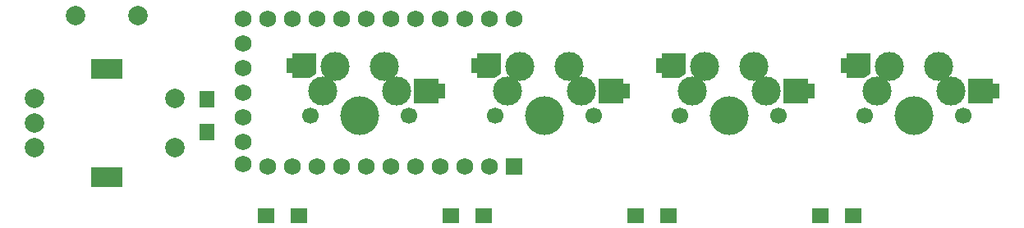
<source format=gbr>
%TF.GenerationSoftware,KiCad,Pcbnew,(6.0.1)*%
%TF.CreationDate,2022-02-15T20:39:13+08:00*%
%TF.ProjectId,Desk_Macropad,4465736b-5f4d-4616-9372-6f7061642e6b,rev?*%
%TF.SameCoordinates,Original*%
%TF.FileFunction,Soldermask,Top*%
%TF.FilePolarity,Negative*%
%FSLAX46Y46*%
G04 Gerber Fmt 4.6, Leading zero omitted, Abs format (unit mm)*
G04 Created by KiCad (PCBNEW (6.0.1)) date 2022-02-15 20:39:13*
%MOMM*%
%LPD*%
G01*
G04 APERTURE LIST*
G04 Aperture macros list*
%AMFreePoly0*
4,1,17,-0.364645,1.235355,-0.350000,1.200000,-0.350000,0.750000,0.350000,0.750000,0.350000,-0.750000,-0.350000,-0.750000,-0.350000,-1.200000,-0.364645,-1.235355,-0.400000,-1.250000,-2.800000,-1.250000,-2.835355,-1.235355,-2.850000,-1.200000,-2.850000,1.200000,-2.835355,1.235355,-2.800000,1.250000,-0.400000,1.250000,-0.364645,1.235355,-0.364645,1.235355,$1*%
%AMFreePoly1*
4,1,24,2.735355,1.235355,2.750000,1.200000,2.750000,-0.800000,2.748029,-0.804757,2.749028,-0.809806,2.740927,-0.821903,2.735355,-0.835355,2.730600,-0.837325,2.727735,-0.841603,2.127735,-1.241603,2.113450,-1.244429,2.100000,-1.250000,0.300000,-1.250000,0.264645,-1.235355,0.250000,-1.200000,0.250000,-0.750000,-0.350000,-0.750000,-0.350000,0.750000,0.250000,0.750000,0.250000,1.200000,
0.264645,1.235355,0.300000,1.250000,2.700000,1.250000,2.735355,1.235355,2.735355,1.235355,$1*%
G04 Aperture macros list end*
%ADD10FreePoly0,0.000000*%
%ADD11FreePoly1,0.000000*%
%ADD12C,3.000000*%
%ADD13C,1.700000*%
%ADD14C,4.000000*%
%ADD15R,1.800000X1.500000*%
%ADD16C,2.000000*%
%ADD17R,3.200000X2.000000*%
%ADD18R,1.500000X1.800000*%
%ADD19R,1.752600X1.752600*%
%ADD20C,1.752600*%
G04 APERTURE END LIST*
D10*
%TO.C,SW3*%
X161693750Y-90368750D03*
D11*
X145993750Y-87768750D03*
D12*
X149383750Y-90328749D03*
D13*
X148113750Y-92868750D03*
D14*
X153193750Y-92868750D03*
D12*
X157003750Y-90328750D03*
D13*
X158273750Y-92868750D03*
D12*
X155733750Y-87788750D03*
X150653750Y-87788750D03*
%TD*%
D10*
%TO.C,SW4*%
X180743750Y-90368750D03*
D11*
X165043750Y-87768750D03*
D13*
X167163750Y-92868750D03*
D12*
X169703750Y-87788750D03*
X176053750Y-90328750D03*
D13*
X177323750Y-92868750D03*
D12*
X174783750Y-87788750D03*
D14*
X172243750Y-92868750D03*
D12*
X168433750Y-90328749D03*
%TD*%
D15*
%TO.C,D4*%
X146956250Y-103187500D03*
X143556250Y-103187500D03*
%TD*%
%TO.C,D3*%
X124506250Y-103187500D03*
X127906250Y-103187500D03*
%TD*%
D12*
%TO.C,SW1*%
X117633750Y-87788750D03*
X118903750Y-90328750D03*
D13*
X110013750Y-92868750D03*
D12*
X112553750Y-87788750D03*
D13*
X120173750Y-92868750D03*
D12*
X111283750Y-90328749D03*
D14*
X115093750Y-92868750D03*
D11*
X107893750Y-87768750D03*
D10*
X123593750Y-90368750D03*
%TD*%
D16*
%TO.C,SW5*%
X81543750Y-91162500D03*
X81543750Y-96162500D03*
X81543750Y-93662500D03*
D17*
X89043750Y-88062500D03*
X89043750Y-99262500D03*
D16*
X96043750Y-96162500D03*
X96043750Y-91162500D03*
%TD*%
D15*
%TO.C,D2*%
X105456250Y-103187500D03*
X108856250Y-103187500D03*
%TD*%
D16*
%TO.C,RSW1*%
X85793750Y-82528750D03*
X92293750Y-82528750D03*
%TD*%
D10*
%TO.C,SW2*%
X142643750Y-90368750D03*
D11*
X126943750Y-87768750D03*
D12*
X136683750Y-87788750D03*
X137953750Y-90328750D03*
X130333750Y-90328749D03*
D13*
X129063750Y-92868750D03*
D14*
X134143750Y-92868750D03*
D12*
X131603750Y-87788750D03*
D13*
X139223750Y-92868750D03*
%TD*%
D18*
%TO.C,D1*%
X99362500Y-94568750D03*
X99362500Y-91168750D03*
%TD*%
D15*
%TO.C,D5*%
X166006250Y-103187500D03*
X162606250Y-103187500D03*
%TD*%
D19*
%TO.C,U1*%
X131045750Y-98107500D03*
D20*
X128505750Y-98107500D03*
X125965750Y-98107500D03*
X123425750Y-98107500D03*
X120885750Y-98107500D03*
X118345750Y-98107500D03*
X115805750Y-98107500D03*
X113265750Y-98107500D03*
X110725750Y-98107500D03*
X108185750Y-98107500D03*
X105645750Y-98107500D03*
X103105750Y-97878900D03*
X103105750Y-82867500D03*
X105645750Y-82867500D03*
X108185750Y-82867500D03*
X110725750Y-82867500D03*
X113265750Y-82867500D03*
X115805750Y-82867500D03*
X118345750Y-82867500D03*
X120885750Y-82867500D03*
X123425750Y-82867500D03*
X125965750Y-82867500D03*
X128505750Y-82867500D03*
X131045750Y-82867500D03*
X103105750Y-95567500D03*
X103105750Y-93027500D03*
X103105750Y-90487500D03*
X103105750Y-87947500D03*
X103105750Y-85407500D03*
%TD*%
M02*

</source>
